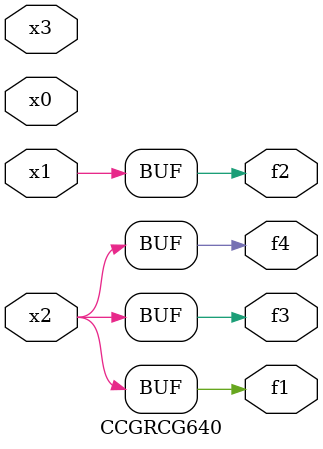
<source format=v>
module CCGRCG640(
	input x0, x1, x2, x3,
	output f1, f2, f3, f4
);
	assign f1 = x2;
	assign f2 = x1;
	assign f3 = x2;
	assign f4 = x2;
endmodule

</source>
